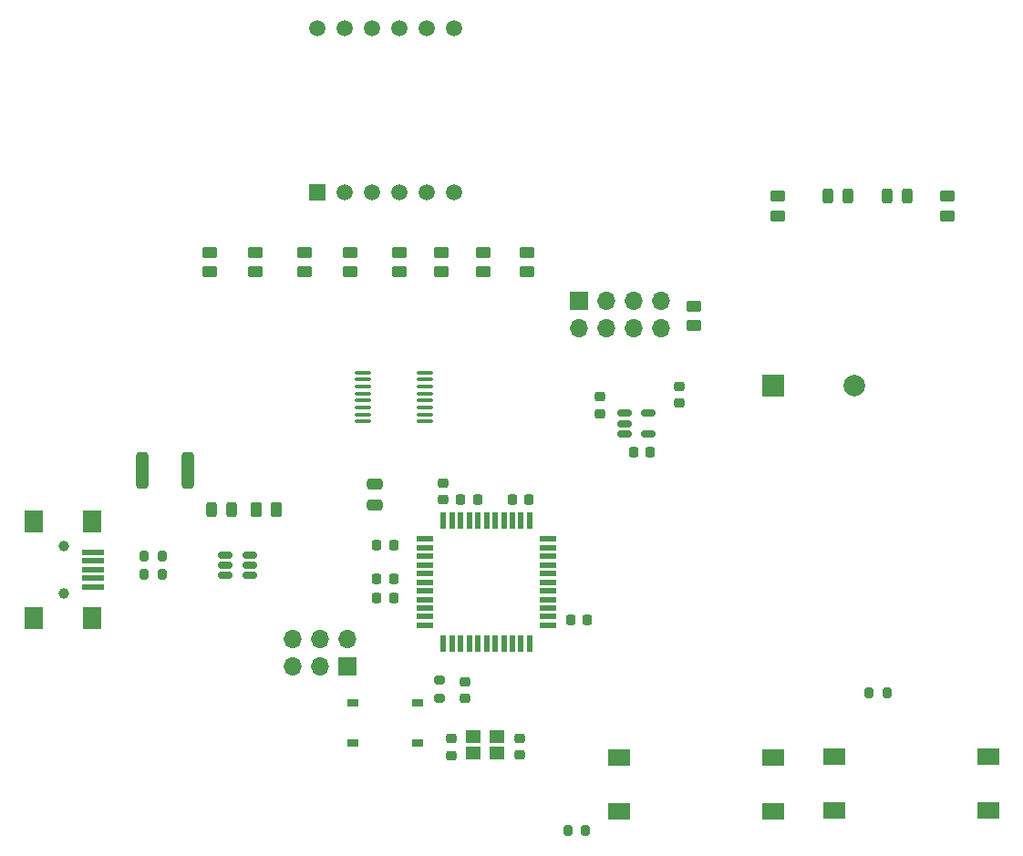
<source format=gbr>
%TF.GenerationSoftware,KiCad,Pcbnew,7.0.1*%
%TF.CreationDate,2023-04-24T08:20:04-06:00*%
%TF.ProjectId,Phase_B_Prototype,50686173-655f-4425-9f50-726f746f7479,rev?*%
%TF.SameCoordinates,Original*%
%TF.FileFunction,Soldermask,Top*%
%TF.FilePolarity,Negative*%
%FSLAX46Y46*%
G04 Gerber Fmt 4.6, Leading zero omitted, Abs format (unit mm)*
G04 Created by KiCad (PCBNEW 7.0.1) date 2023-04-24 08:20:04*
%MOMM*%
%LPD*%
G01*
G04 APERTURE LIST*
G04 Aperture macros list*
%AMRoundRect*
0 Rectangle with rounded corners*
0 $1 Rounding radius*
0 $2 $3 $4 $5 $6 $7 $8 $9 X,Y pos of 4 corners*
0 Add a 4 corners polygon primitive as box body*
4,1,4,$2,$3,$4,$5,$6,$7,$8,$9,$2,$3,0*
0 Add four circle primitives for the rounded corners*
1,1,$1+$1,$2,$3*
1,1,$1+$1,$4,$5*
1,1,$1+$1,$6,$7*
1,1,$1+$1,$8,$9*
0 Add four rect primitives between the rounded corners*
20,1,$1+$1,$2,$3,$4,$5,0*
20,1,$1+$1,$4,$5,$6,$7,0*
20,1,$1+$1,$6,$7,$8,$9,0*
20,1,$1+$1,$8,$9,$2,$3,0*%
G04 Aperture macros list end*
%ADD10R,1.500000X1.500000*%
%ADD11C,1.500000*%
%ADD12RoundRect,0.250000X-0.450000X0.262500X-0.450000X-0.262500X0.450000X-0.262500X0.450000X0.262500X0*%
%ADD13R,1.000000X0.700000*%
%ADD14RoundRect,0.250000X0.450000X-0.262500X0.450000X0.262500X-0.450000X0.262500X-0.450000X-0.262500X0*%
%ADD15RoundRect,0.225000X-0.250000X0.225000X-0.250000X-0.225000X0.250000X-0.225000X0.250000X0.225000X0*%
%ADD16R,1.400000X1.200000*%
%ADD17RoundRect,0.250000X0.262500X0.450000X-0.262500X0.450000X-0.262500X-0.450000X0.262500X-0.450000X0*%
%ADD18RoundRect,0.250000X-0.312500X-1.450000X0.312500X-1.450000X0.312500X1.450000X-0.312500X1.450000X0*%
%ADD19RoundRect,0.150000X-0.512500X-0.150000X0.512500X-0.150000X0.512500X0.150000X-0.512500X0.150000X0*%
%ADD20R,2.000000X1.500000*%
%ADD21R,1.700000X1.700000*%
%ADD22O,1.700000X1.700000*%
%ADD23RoundRect,0.225000X0.225000X0.250000X-0.225000X0.250000X-0.225000X-0.250000X0.225000X-0.250000X0*%
%ADD24RoundRect,0.225000X0.250000X-0.225000X0.250000X0.225000X-0.250000X0.225000X-0.250000X-0.225000X0*%
%ADD25R,1.500000X0.550000*%
%ADD26R,0.550000X1.500000*%
%ADD27RoundRect,0.225000X-0.225000X-0.250000X0.225000X-0.250000X0.225000X0.250000X-0.225000X0.250000X0*%
%ADD28RoundRect,0.200000X-0.200000X-0.275000X0.200000X-0.275000X0.200000X0.275000X-0.200000X0.275000X0*%
%ADD29RoundRect,0.243750X-0.243750X-0.456250X0.243750X-0.456250X0.243750X0.456250X-0.243750X0.456250X0*%
%ADD30C,1.000000*%
%ADD31R,2.000000X0.500000*%
%ADD32R,1.700000X2.000000*%
%ADD33RoundRect,0.100000X-0.637500X-0.100000X0.637500X-0.100000X0.637500X0.100000X-0.637500X0.100000X0*%
%ADD34RoundRect,0.200000X0.200000X0.275000X-0.200000X0.275000X-0.200000X-0.275000X0.200000X-0.275000X0*%
%ADD35RoundRect,0.243750X0.243750X0.456250X-0.243750X0.456250X-0.243750X-0.456250X0.243750X-0.456250X0*%
%ADD36RoundRect,0.200000X0.275000X-0.200000X0.275000X0.200000X-0.275000X0.200000X-0.275000X-0.200000X0*%
%ADD37RoundRect,0.250000X-0.475000X0.250000X-0.475000X-0.250000X0.475000X-0.250000X0.475000X0.250000X0*%
%ADD38R,2.000000X2.000000*%
%ADD39C,2.000000*%
G04 APERTURE END LIST*
D10*
%TO.C,U1*%
X132118000Y-59144000D03*
D11*
X134658000Y-59144000D03*
X137198000Y-59144000D03*
X139738000Y-59144000D03*
X142278000Y-59144000D03*
X144818000Y-59144000D03*
X144818000Y-43904000D03*
X142278000Y-43904000D03*
X139738000Y-43904000D03*
X137198000Y-43904000D03*
X134658000Y-43904000D03*
X132118000Y-43904000D03*
%TD*%
D12*
%TO.C,R17*%
X167106600Y-69648700D03*
X167106600Y-71473700D03*
%TD*%
D13*
%TO.C,S3*%
X141439800Y-110223400D03*
X135439800Y-110223400D03*
X141439800Y-106523400D03*
X135439800Y-106523400D03*
%TD*%
D14*
%TO.C,R11*%
X143675000Y-66484600D03*
X143675000Y-64659600D03*
%TD*%
D15*
%TO.C,C2*%
X150952200Y-109829000D03*
X150952200Y-111379000D03*
%TD*%
D14*
%TO.C,R12*%
X147561200Y-66484600D03*
X147561200Y-64659600D03*
%TD*%
D16*
%TO.C,Y1*%
X148796000Y-109613800D03*
X146596000Y-109613800D03*
X146596000Y-111213800D03*
X148796000Y-111213800D03*
%TD*%
D14*
%TO.C,R3*%
X174863900Y-61297300D03*
X174863900Y-59472300D03*
%TD*%
D17*
%TO.C,R14*%
X128278800Y-88582600D03*
X126453800Y-88582600D03*
%TD*%
D18*
%TO.C,F1*%
X115832700Y-84899600D03*
X120107700Y-84899600D03*
%TD*%
D19*
%TO.C,U4*%
X123570400Y-92801000D03*
X123570400Y-93751000D03*
X123570400Y-94701000D03*
X125845400Y-94701000D03*
X125845400Y-93751000D03*
X125845400Y-92801000D03*
%TD*%
D20*
%TO.C,S1*%
X174434200Y-116573400D03*
X160134200Y-116573400D03*
X174434200Y-111573400D03*
X160134200Y-111573400D03*
%TD*%
D14*
%TO.C,R6*%
X135191400Y-66484600D03*
X135191400Y-64659600D03*
%TD*%
D21*
%TO.C,J3*%
X156464000Y-69215000D03*
D22*
X156464000Y-71755000D03*
X159004000Y-69215000D03*
X159004000Y-71755000D03*
X161544000Y-69215000D03*
X161544000Y-71755000D03*
X164084000Y-69215000D03*
X164084000Y-71755000D03*
%TD*%
D23*
%TO.C,C9*%
X139218000Y-96774000D03*
X137668000Y-96774000D03*
%TD*%
D14*
%TO.C,R9*%
X126377600Y-66484600D03*
X126377600Y-64659600D03*
%TD*%
D24*
%TO.C,C12*%
X158369000Y-79654400D03*
X158369000Y-78104400D03*
%TD*%
D25*
%TO.C,U3*%
X142140600Y-91313600D03*
X142140600Y-92113600D03*
X142140600Y-92913600D03*
X142140600Y-93713600D03*
X142140600Y-94513600D03*
X142140600Y-95313600D03*
X142140600Y-96113600D03*
X142140600Y-96913600D03*
X142140600Y-97713600D03*
X142140600Y-98513600D03*
X142140600Y-99313600D03*
D26*
X143840600Y-101013600D03*
X144640600Y-101013600D03*
X145440600Y-101013600D03*
X146240600Y-101013600D03*
X147040600Y-101013600D03*
X147840600Y-101013600D03*
X148640600Y-101013600D03*
X149440600Y-101013600D03*
X150240600Y-101013600D03*
X151040600Y-101013600D03*
X151840600Y-101013600D03*
D25*
X153540600Y-99313600D03*
X153540600Y-98513600D03*
X153540600Y-97713600D03*
X153540600Y-96913600D03*
X153540600Y-96113600D03*
X153540600Y-95313600D03*
X153540600Y-94513600D03*
X153540600Y-93713600D03*
X153540600Y-92913600D03*
X153540600Y-92113600D03*
X153540600Y-91313600D03*
D26*
X151840600Y-89613600D03*
X151040600Y-89613600D03*
X150240600Y-89613600D03*
X149440600Y-89613600D03*
X148640600Y-89613600D03*
X147840600Y-89613600D03*
X147040600Y-89613600D03*
X146240600Y-89613600D03*
X145440600Y-89613600D03*
X144640600Y-89613600D03*
X143840600Y-89613600D03*
%TD*%
D27*
%TO.C,C6*%
X155625200Y-98780600D03*
X157175200Y-98780600D03*
%TD*%
D28*
%TO.C,R15*%
X116077400Y-94548600D03*
X117727400Y-94548600D03*
%TD*%
%TO.C,R16*%
X116077400Y-92872200D03*
X117727400Y-92872200D03*
%TD*%
D14*
%TO.C,R8*%
X130949600Y-66484600D03*
X130949600Y-64659600D03*
%TD*%
D24*
%TO.C,C14*%
X165735000Y-78689200D03*
X165735000Y-77139200D03*
%TD*%
%TO.C,C5*%
X143840200Y-87680800D03*
X143840200Y-86130800D03*
%TD*%
D23*
%TO.C,C13*%
X163068600Y-83235800D03*
X161518600Y-83235800D03*
%TD*%
D24*
%TO.C,C1*%
X144551400Y-111404400D03*
X144551400Y-109854400D03*
%TD*%
D14*
%TO.C,R10*%
X122110400Y-66484600D03*
X122110400Y-64659600D03*
%TD*%
%TO.C,R4*%
X190639600Y-61299200D03*
X190639600Y-59474200D03*
%TD*%
D23*
%TO.C,C3*%
X151778000Y-87604600D03*
X150228000Y-87604600D03*
%TD*%
D15*
%TO.C,C7*%
X145846800Y-104545800D03*
X145846800Y-106095800D03*
%TD*%
D20*
%TO.C,S2*%
X194398600Y-116522600D03*
X180098600Y-116522600D03*
X194398600Y-111522600D03*
X180098600Y-111522600D03*
%TD*%
D23*
%TO.C,C11*%
X139218000Y-95046800D03*
X137668000Y-95046800D03*
%TD*%
D29*
%TO.C,D2*%
X185028500Y-59470400D03*
X186903500Y-59470400D03*
%TD*%
D14*
%TO.C,R7*%
X139712600Y-66484600D03*
X139712600Y-64659600D03*
%TD*%
D23*
%TO.C,C8*%
X139217400Y-91846400D03*
X137667400Y-91846400D03*
%TD*%
D14*
%TO.C,R5*%
X151574400Y-66484600D03*
X151574400Y-64659600D03*
%TD*%
D30*
%TO.C,J1*%
X108623000Y-91955000D03*
X108623000Y-96355000D03*
D31*
X111323000Y-92555000D03*
X111323000Y-93355000D03*
X111323000Y-94155000D03*
X111323000Y-94955000D03*
X111323000Y-95755000D03*
D32*
X111223000Y-89705000D03*
X105773000Y-89705000D03*
X111223000Y-98605000D03*
X105773000Y-98605000D03*
%TD*%
D29*
%TO.C,D3*%
X122315900Y-88582600D03*
X124190900Y-88582600D03*
%TD*%
D33*
%TO.C,U2*%
X136367500Y-75842800D03*
X136367500Y-76492800D03*
X136367500Y-77142800D03*
X136367500Y-77792800D03*
X136367500Y-78442800D03*
X136367500Y-79092800D03*
X136367500Y-79742800D03*
X136367500Y-80392800D03*
X142092500Y-80392800D03*
X142092500Y-79742800D03*
X142092500Y-79092800D03*
X142092500Y-78442800D03*
X142092500Y-77792800D03*
X142092500Y-77142800D03*
X142092500Y-76492800D03*
X142092500Y-75842800D03*
%TD*%
D28*
%TO.C,R2*%
X183362600Y-105587800D03*
X185012600Y-105587800D03*
%TD*%
D34*
%TO.C,R1*%
X157047600Y-118376800D03*
X155397600Y-118376800D03*
%TD*%
D19*
%TO.C,U5*%
X160615200Y-79634000D03*
X160615200Y-80584000D03*
X160615200Y-81534000D03*
X162890200Y-81534000D03*
X162890200Y-79634000D03*
%TD*%
D35*
%TO.C,D1*%
X181412500Y-59470400D03*
X179537500Y-59470400D03*
%TD*%
D27*
%TO.C,C10*%
X145439800Y-87655400D03*
X146989800Y-87655400D03*
%TD*%
D36*
%TO.C,R13*%
X143497200Y-106082200D03*
X143497200Y-104432200D03*
%TD*%
D21*
%TO.C,J2*%
X134886600Y-103136800D03*
D22*
X134886600Y-100596800D03*
X132346600Y-103136800D03*
X132346600Y-100596800D03*
X129806600Y-103136800D03*
X129806600Y-100596800D03*
%TD*%
D37*
%TO.C,C4*%
X137490200Y-86238000D03*
X137490200Y-88138000D03*
%TD*%
D38*
%TO.C,LS1*%
X174421800Y-77063600D03*
D39*
X182021800Y-77063600D03*
%TD*%
M02*

</source>
